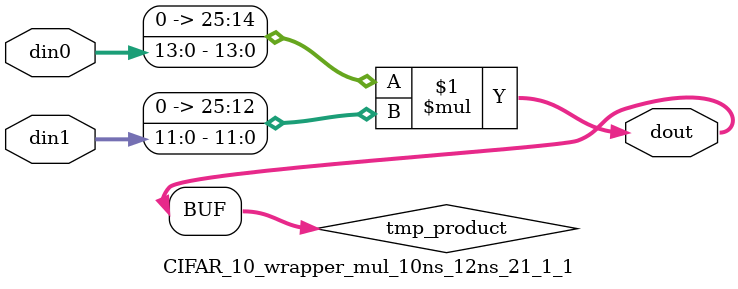
<source format=v>

`timescale 1 ns / 1 ps

  module CIFAR_10_wrapper_mul_10ns_12ns_21_1_1(din0, din1, dout);
parameter ID = 1;
parameter NUM_STAGE = 0;
parameter din0_WIDTH = 14;
parameter din1_WIDTH = 12;
parameter dout_WIDTH = 26;

input [din0_WIDTH - 1 : 0] din0; 
input [din1_WIDTH - 1 : 0] din1; 
output [dout_WIDTH - 1 : 0] dout;

wire signed [dout_WIDTH - 1 : 0] tmp_product;










assign tmp_product = $signed({1'b0, din0}) * $signed({1'b0, din1});











assign dout = tmp_product;







endmodule

</source>
